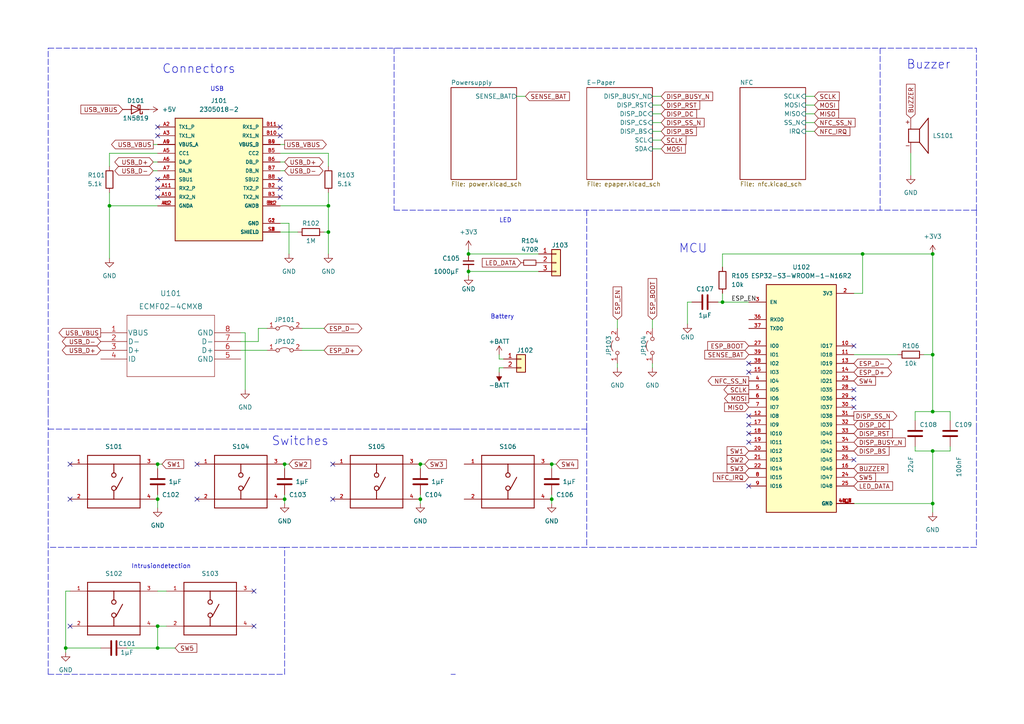
<source format=kicad_sch>
(kicad_sch (version 20211123) (generator eeschema)
  (paper "A4")
  (title_block (title "FabReader2") (date "2022-06-20") (rev "0.2") (company "RLKM UG (haftungsbeschränkt)") (comment 1 "Autoren: Joseph Langosch, Kai Kriegel"))
  (lib_symbols
    (symbol "2022-06-20_20-11-07:ECMF02-4CMX8" (pin_names (offset 0.254))
      (property "Reference" "U" (at 20.32 10.16 0))
      (property "Value" "ECMF02-4CMX8" (at 20.32 7.62 0))
      (symbol "ECMF02-4CMX8_1_1"
        (polyline (pts (xy 7.62 -12.7) (xy 33.02 -12.7)) (stroke (width 0.127)))
        (polyline (pts (xy 7.62 5.08) (xy 7.62 -12.7)) (stroke (width 0.127)))
        (polyline (pts (xy 33.02 -12.7) (xy 33.02 5.08)) (stroke (width 0.127)))
        (polyline (pts (xy 33.02 5.08) (xy 7.62 5.08)) (stroke (width 0.127)))
        (pin power_in line (at 0 0 0) (length 7.62) (name "VBUS") (number "1"))
        (pin bidirectional line (at 0 -2.54 0) (length 7.62) (name "D-") (number "2"))
        (pin bidirectional line (at 0 -5.08 0) (length 7.62) (name "D+") (number "3"))
        (pin unspecified line (at 0 -7.62 0) (length 7.62) (name "ID") (number "4"))
        (pin power_in line (at 40.64 -7.62 180) (length 7.62) (name "GND") (number "5"))
        (pin bidirectional line (at 40.64 -5.08 180) (length 7.62) (name "D+") (number "6"))
        (pin bidirectional line (at 40.64 -2.54 180) (length 7.62) (name "D-") (number "7"))
        (pin power_in line (at 40.64 0 180) (length 7.62) (name "GND") (number "8"))
      )
    )
    (symbol "2305018-2:2305018-2" (pin_names (offset 1.016))
      (property "Reference" "J" (at -12.7 18.0594 0))
      (property "Value" "2305018-2" (at -12.7 -20.3454 0))
      (symbol "2305018-2_0_0"
        (rectangle (start -12.7 -17.78) (end 12.7 17.78) (stroke (width 0.254)) (fill (type background)))
        (pin passive line (at -17.78 -7.62 0) (length 5.08) (name "GNDA") (number "A1"))
        (pin passive line (at -17.78 -5.08 0) (length 5.08) (name "RX2_N") (number "A10"))
        (pin passive line (at -17.78 -2.54 0) (length 5.08) (name "RX2_P") (number "A11"))
        (pin passive line (at -17.78 -7.62 0) (length 5.08) (name "GNDA") (number "A12"))
        (pin passive line (at -17.78 15.24 0) (length 5.08) (name "TX1_P") (number "A2"))
        (pin passive line (at -17.78 12.7 0) (length 5.08) (name "TX1_N") (number "A3"))
        (pin passive line (at -17.78 10.16 0) (length 5.08) (name "VBUS_A") (number "A4"))
        (pin passive line (at -17.78 7.62 0) (length 5.08) (name "CC1") (number "A5"))
        (pin passive line (at -17.78 5.08 0) (length 5.08) (name "DA_P") (number "A6"))
        (pin passive line (at -17.78 2.54 0) (length 5.08) (name "DA_N") (number "A7"))
        (pin passive line (at -17.78 0 0) (length 5.08) (name "SBU1") (number "A8"))
        (pin passive line (at -17.78 10.16 0) (length 5.08) (name "VBUS_A") (number "A9"))
        (pin passive line (at 17.78 -7.62 180) (length 5.08) (name "GNDB") (number "B1"))
        (pin passive line (at 17.78 12.7 180) (length 5.08) (name "RX1_N") (number "B10"))
        (pin passive line (at 17.78 15.24 180) (length 5.08) (name "RX1_P") (number "B11"))
        (pin passive line (at 17.78 -7.62 180) (length 5.08) (name "GNDB") (number "B12"))
        (pin passive line (at 17.78 -2.54 180) (length 5.08) (name "TX2_P") (number "B2"))
        (pin passive line (at 17.78 -5.08 180) (length 5.08) (name "TX2_N") (number "B3"))
        (pin passive line (at 17.78 10.16 180) (length 5.08) (name "VBUS_B") (number "B4"))
        (pin passive line (at 17.78 7.62 180) (length 5.08) (name "CC2") (number "B5"))
        (pin passive line (at 17.78 5.08 180) (length 5.08) (name "DB_P") (number "B6"))
        (pin passive line (at 17.78 2.54 180) (length 5.08) (name "DB_N") (number "B7"))
        (pin passive line (at 17.78 0 180) (length 5.08) (name "SBU2") (number "B8"))
        (pin passive line (at 17.78 10.16 180) (length 5.08) (name "VBUS_B") (number "B9"))
        (pin power_in line (at 17.78 -12.7 180) (length 5.08) (name "GND") (number "G1"))
        (pin power_in line (at 17.78 -12.7 180) (length 5.08) (name "GND") (number "G2"))
        (pin power_in line (at 17.78 -15.24 180) (length 5.08) (name "SHIELD") (number "S1"))
        (pin power_in line (at 17.78 -15.24 180) (length 5.08) (name "SHIELD") (number "S2"))
        (pin power_in line (at 17.78 -15.24 180) (length 5.08) (name "SHIELD") (number "S3"))
        (pin power_in line (at 17.78 -15.24 180) (length 5.08) (name "SHIELD") (number "S4"))
      )
    )
    (symbol "CMI-9705-0380-SMT-TR:CMI-9705-0380-SMT-TR" (pin_numbers hide) (pin_names (offset 1.016) hide)
      (property "Reference" "LS" (at -1.27 6.35 0))
      (property "Value" "CMI-9705-0380-SMT-TR" (at -1.27 -8.255 0))
      (symbol "CMI-9705-0380-SMT-TR_0_0"
        (polyline (pts (xy -3.175 -1.905) (xy -2.54 -1.905)) (stroke (width 0.254)))
        (polyline (pts (xy -3.175 1.905) (xy -3.175 -1.905)) (stroke (width 0.254)))
        (polyline (pts (xy -3.175 1.905) (xy -2.54 1.905)) (stroke (width 0.254)))
        (polyline (pts (xy -2.54 -2.54) (xy -2.54 -1.905)) (stroke (width 0.1524)))
        (polyline (pts (xy -2.54 -1.905) (xy 0 -1.905)) (stroke (width 0.254)))
        (polyline (pts (xy -2.54 1.905) (xy 0 1.905)) (stroke (width 0.254)))
        (polyline (pts (xy -2.54 2.54) (xy -2.54 1.905)) (stroke (width 0.1524)))
        (polyline (pts (xy 0 -1.905) (xy 0 1.905)) (stroke (width 0.254)))
        (polyline (pts (xy 0 -1.905) (xy 2.54 -5.08)) (stroke (width 0.254)))
        (polyline (pts (xy 0 1.905) (xy 2.54 5.08)) (stroke (width 0.254)))
        (polyline (pts (xy 2.54 -5.08) (xy 2.54 5.08)) (stroke (width 0.254)))
        (text "+" (at -4.318 3.302 0) (effects (font (size 1.27 1.27)) (justify left bottom)))
        (text "-" (at -4.318 -3.556 0) (effects (font (size 1.27 1.27)) (justify left bottom)))
        (pin passive line (at -2.54 -5.08 90) (length 2.54) (name "~") (number "N"))
        (pin passive line (at -2.54 5.08 270) (length 2.54) (name "~") (number "P"))
      )
    )
    (symbol "Connector_Generic:Conn_01x02" (pin_names (offset 1.016) hide)
      (property "Reference" "J" (at 0 2.54 0))
      (property "Value" "Conn_01x02" (at 0 -5.08 0))
      (symbol "Conn_01x02_1_1"
        (rectangle (start -1.27 -2.413) (end 0 -2.667) (stroke (width 0.1524)))
        (rectangle (start -1.27 0.127) (end 0 -0.127) (stroke (width 0.1524)))
        (rectangle (start -1.27 1.27) (end 1.27 -3.81) (stroke (width 0.254)) (fill (type background)))
        (pin passive line (at -5.08 0 0) (length 3.81) (name "Pin_1") (number "1"))
        (pin passive line (at -5.08 -2.54 0) (length 3.81) (name "Pin_2") (number "2"))
      )
    )
    (symbol "Connector_Generic:Conn_01x03" (pin_names (offset 1.016) hide)
      (property "Reference" "J" (at 0 5.08 0))
      (property "Value" "Conn_01x03" (at 0 -5.08 0))
      (symbol "Conn_01x03_1_1"
        (rectangle (start -1.27 -2.413) (end 0 -2.667) (stroke (width 0.1524)))
        (rectangle (start -1.27 0.127) (end 0 -0.127) (stroke (width 0.1524)))
        (rectangle (start -1.27 2.667) (end 0 2.413) (stroke (width 0.1524)))
        (rectangle (start -1.27 3.81) (end 1.27 -3.81) (stroke (width 0.254)) (fill (type background)))
        (pin passive line (at -5.08 2.54 0) (length 3.81) (name "Pin_1") (number "1"))
        (pin passive line (at -5.08 0 0) (length 3.81) (name "Pin_2") (number "2"))
        (pin passive line (at -5.08 -2.54 0) (length 3.81) (name "Pin_3") (number "3"))
      )
    )
    (symbol "Device:C" (pin_numbers hide) (pin_names (offset 0.254))
      (property "Reference" "C" (at 0.635 2.54 0))
      (property "Value" "C" (at 0.635 -2.54 0))
      (symbol "C_0_1"
        (polyline (pts (xy -2.032 -0.762) (xy 2.032 -0.762)) (stroke (width 0.508)))
        (polyline (pts (xy -2.032 0.762) (xy 2.032 0.762)) (stroke (width 0.508)))
      )
      (symbol "C_1_1"
        (pin passive line (at 0 3.81 270) (length 2.794) (name "~") (number "1"))
        (pin passive line (at 0 -3.81 90) (length 2.794) (name "~") (number "2"))
      )
    )
    (symbol "Device:C_Small" (pin_numbers hide) (pin_names (offset 0.254) hide)
      (property "Reference" "C" (at 0.254 1.778 0))
      (property "Value" "C_Small" (at 0.254 -2.032 0))
      (symbol "C_Small_0_1"
        (polyline (pts (xy -1.524 -0.508) (xy 1.524 -0.508)) (stroke (width 0.3302)))
        (polyline (pts (xy -1.524 0.508) (xy 1.524 0.508)) (stroke (width 0.3048)))
      )
      (symbol "C_Small_1_1"
        (pin passive line (at 0 2.54 270) (length 2.032) (name "~") (number "1"))
        (pin passive line (at 0 -2.54 90) (length 2.032) (name "~") (number "2"))
      )
    )
    (symbol "Device:R" (pin_numbers hide) (pin_names (offset 0))
      (property "Reference" "R" (at 2.032 0 90))
      (property "Value" "R" (at 0 0 90))
      (symbol "R_0_1"
        (rectangle (start -1.016 -2.54) (end 1.016 2.54) (stroke (width 0.254)))
      )
      (symbol "R_1_1"
        (pin passive line (at 0 3.81 270) (length 1.27) (name "~") (number "1"))
        (pin passive line (at 0 -3.81 90) (length 1.27) (name "~") (number "2"))
      )
    )
    (symbol "Device:R_Small" (pin_numbers hide) (pin_names (offset 0.254) hide)
      (property "Reference" "R" (at 0.762 0.508 0))
      (property "Value" "R_Small" (at 0.762 -1.016 0))
      (symbol "R_Small_0_1"
        (rectangle (start -0.762 1.778) (end 0.762 -1.778) (stroke (width 0.2032)))
      )
      (symbol "R_Small_1_1"
        (pin passive line (at 0 2.54 270) (length 0.762) (name "~") (number "1"))
        (pin passive line (at 0 -2.54 90) (length 0.762) (name "~") (number "2"))
      )
    )
    (symbol "Diode:1N5819" (pin_numbers hide) (pin_names (offset 1.016) hide)
      (property "Reference" "D" (at 0 2.54 0))
      (property "Value" "1N5819" (at 0 -2.54 0))
      (symbol "1N5819_0_1"
        (polyline (pts (xy 1.27 0) (xy -1.27 0)))
        (polyline (pts (xy 1.27 1.27) (xy 1.27 -1.27) (xy -1.27 0) (xy 1.27 1.27)) (stroke (width 0.254)))
        (polyline (pts (xy -1.905 0.635) (xy -1.905 1.27) (xy -1.27 1.27) (xy -1.27 -1.27) (xy -0.635 -1.27) (xy -0.635 -0.635)) (stroke (width 0.254)))
      )
      (symbol "1N5819_1_1"
        (pin passive line (at -3.81 0 0) (length 2.54) (name "K") (number "1"))
        (pin passive line (at 3.81 0 180) (length 2.54) (name "A") (number "2"))
      )
    )
    (symbol "ESP32-S3-WROOM-1-N16R2:ESP32-S3-WROOM-1-N16R2" (pin_names (offset 1.016))
      (property "Reference" "U" (at -10.16 34.1122 0))
      (property "Value" "ESP32-S3-WROOM-1-N16R2" (at -10.16 -35.56 0))
      (symbol "ESP32-S3-WROOM-1-N16R2_0_0"
        (rectangle (start -10.16 -33.02) (end 10.16 33.02) (stroke (width 0.254)) (fill (type background)))
        (pin power_in line (at 15.24 -30.48 180) (length 5.08) (name "GND") (number "1"))
        (pin bidirectional line (at 15.24 15.24 180) (length 5.08) (name "IO17") (number "10"))
        (pin bidirectional line (at 15.24 12.7 180) (length 5.08) (name "IO18") (number "11"))
        (pin bidirectional line (at -15.24 -5.08 0) (length 5.08) (name "IO8") (number "12"))
        (pin bidirectional line (at 15.24 10.16 180) (length 5.08) (name "IO19") (number "13"))
        (pin bidirectional line (at 15.24 7.62 180) (length 5.08) (name "IO20") (number "14"))
        (pin bidirectional line (at -15.24 7.62 0) (length 5.08) (name "IO3") (number "15"))
        (pin bidirectional line (at 15.24 -20.32 180) (length 5.08) (name "IO46") (number "16"))
        (pin bidirectional line (at -15.24 -7.62 0) (length 5.08) (name "IO9") (number "17"))
        (pin bidirectional line (at -15.24 -10.16 0) (length 5.08) (name "IO10") (number "18"))
        (pin bidirectional line (at -15.24 -12.7 0) (length 5.08) (name "IO11") (number "19"))
        (pin power_in line (at 15.24 30.48 180) (length 5.08) (name "3V3") (number "2"))
        (pin bidirectional line (at -15.24 -15.24 0) (length 5.08) (name "IO12") (number "20"))
        (pin bidirectional line (at -15.24 -17.78 0) (length 5.08) (name "IO13") (number "21"))
        (pin bidirectional line (at -15.24 -20.32 0) (length 5.08) (name "IO14") (number "22"))
        (pin bidirectional line (at 15.24 5.08 180) (length 5.08) (name "IO21") (number "23"))
        (pin bidirectional line (at 15.24 -22.86 180) (length 5.08) (name "IO47") (number "24"))
        (pin bidirectional line (at 15.24 -25.4 180) (length 5.08) (name "IO48") (number "25"))
        (pin bidirectional line (at 15.24 -17.78 180) (length 5.08) (name "IO45") (number "26"))
        (pin bidirectional line (at -15.24 15.24 0) (length 5.08) (name "IO0") (number "27"))
        (pin bidirectional line (at 15.24 2.54 180) (length 5.08) (name "IO35") (number "28"))
        (pin bidirectional line (at 15.24 0 180) (length 5.08) (name "IO36") (number "29"))
        (pin input line (at -15.24 27.94 0) (length 5.08) (name "EN") (number "3"))
        (pin bidirectional line (at 15.24 -2.54 180) (length 5.08) (name "IO37") (number "30"))
        (pin bidirectional line (at 15.24 -5.08 180) (length 5.08) (name "IO38") (number "31"))
        (pin bidirectional line (at 15.24 -7.62 180) (length 5.08) (name "IO39") (number "32"))
        (pin bidirectional line (at 15.24 -10.16 180) (length 5.08) (name "IO40") (number "33"))
        (pin bidirectional line (at 15.24 -12.7 180) (length 5.08) (name "IO41") (number "34"))
        (pin bidirectional line (at 15.24 -15.24 180) (length 5.08) (name "IO42") (number "35"))
        (pin bidirectional line (at -15.24 22.86 0) (length 5.08) (name "RXD0") (number "36"))
        (pin bidirectional line (at -15.24 20.32 0) (length 5.08) (name "TXD0") (number "37"))
        (pin bidirectional line (at -15.24 10.16 0) (length 5.08) (name "IO2") (number "38"))
        (pin bidirectional line (at -15.24 12.7 0) (length 5.08) (name "IO1") (number "39"))
        (pin bidirectional line (at -15.24 5.08 0) (length 5.08) (name "IO4") (number "4"))
        (pin power_in line (at 15.24 -30.48 180) (length 5.08) (name "GND") (number "40"))
        (pin power_in line (at 15.24 -30.48 180) (length 5.08) (name "GND") (number "41_1"))
        (pin power_in line (at 15.24 -30.48 180) (length 5.08) (name "GND") (number "41_2"))
        (pin power_in line (at 15.24 -30.48 180) (length 5.08) (name "GND") (number "41_3"))
        (pin power_in line (at 15.24 -30.48 180) (length 5.08) (name "GND") (number "41_4"))
        (pin power_in line (at 15.24 -30.48 180) (length 5.08) (name "GND") (number "41_5"))
        (pin power_in line (at 15.24 -30.48 180) (length 5.08) (name "GND") (number "41_6"))
        (pin power_in line (at 15.24 -30.48 180) (length 5.08) (name "GND") (number "41_7"))
        (pin power_in line (at 15.24 -30.48 180) (length 5.08) (name "GND") (number "41_8"))
        (pin power_in line (at 15.24 -30.48 180) (length 5.08) (name "GND") (number "41_9"))
        (pin bidirectional line (at -15.24 2.54 0) (length 5.08) (name "IO5") (number "5"))
        (pin bidirectional line (at -15.24 0 0) (length 5.08) (name "IO6") (number "6"))
        (pin bidirectional line (at -15.24 -2.54 0) (length 5.08) (name "IO7") (number "7"))
        (pin bidirectional line (at -15.24 -22.86 0) (length 5.08) (name "IO15") (number "8"))
        (pin bidirectional line (at -15.24 -25.4 0) (length 5.08) (name "IO16") (number "9"))
      )
    )
    (symbol "Jumper:Jumper_2_Bridged" (pin_names (offset 0) hide)
      (property "Reference" "JP" (at 0 1.905 0))
      (property "Value" "Jumper_2_Bridged" (at 0 -2.54 0))
      (symbol "Jumper_2_Bridged_0_0"
        (circle (center -2.032 0) (radius 0.508))
        (circle (center 2.032 0) (radius 0.508))
      )
      (symbol "Jumper_2_Bridged_0_1"
        (arc (start 1.524 0.254) (mid 0 0.762) (end -1.524 0.254))
      )
      (symbol "Jumper_2_Bridged_1_1"
        (pin passive line (at -5.08 0 0) (length 2.54) (name "A") (number "1"))
        (pin passive line (at 5.08 0 180) (length 2.54) (name "B") (number "2"))
      )
    )
    (symbol "Jumper:Jumper_2_Open" (pin_names (offset 0) hide)
      (property "Reference" "JP" (at 0 2.794 0))
      (property "Value" "Jumper_2_Open" (at 0 -2.286 0))
      (symbol "Jumper_2_Open_0_0"
        (circle (center -2.032 0) (radius 0.508))
        (circle (center 2.032 0) (radius 0.508))
      )
      (symbol "Jumper_2_Open_0_1"
        (arc (start 1.524 1.27) (mid 0 1.778) (end -1.524 1.27))
      )
      (symbol "Jumper_2_Open_1_1"
        (pin passive line (at -5.08 0 0) (length 2.54) (name "A") (number "1"))
        (pin passive line (at 5.08 0 180) (length 2.54) (name "B") (number "2"))
      )
    )
    (symbol "TS04-66-95-BK-260-SMT:TS04-66-95-BK-260-SMT" (pin_names (offset 1.016) hide)
      (property "Reference" "S" (at -7.62 8.382 0))
      (property "Value" "TS04-66-95-BK-260-SMT" (at -7.62 -8.382 0))
      (symbol "TS04-66-95-BK-260-SMT_0_0"
        (circle (center 0 -1.905) (radius 0.635) (stroke (width 0.254)))
        (polyline (pts (xy -7.62 -7.62) (xy 7.62 -7.62)) (stroke (width 0.254)))
        (polyline (pts (xy -7.62 -5.08) (xy -7.62 -7.62)) (stroke (width 0.254)))
        (polyline (pts (xy -7.62 5.08) (xy -7.62 -5.08)) (stroke (width 0.254)))
        (polyline (pts (xy -7.62 7.62) (xy -7.62 5.08)) (stroke (width 0.254)))
        (polyline (pts (xy 0 -5.08) (xy -7.62 -5.08)) (stroke (width 0.254)))
        (polyline (pts (xy 0 -5.08) (xy 7.62 -5.08)) (stroke (width 0.254)))
        (polyline (pts (xy 0 -2.54) (xy 0 -5.08)) (stroke (width 0.254)))
        (polyline (pts (xy 0 5.08) (xy -7.62 5.08)) (stroke (width 0.254)))
        (polyline (pts (xy 0 5.08) (xy 0 2.54)) (stroke (width 0.254)))
        (polyline (pts (xy 0 5.08) (xy 7.62 5.08)) (stroke (width 0.254)))
        (polyline (pts (xy 0.635 -2.2352) (xy 2.54 1.27)) (stroke (width 0.254)))
        (polyline (pts (xy 7.62 -7.62) (xy 7.62 -5.08)) (stroke (width 0.254)))
        (polyline (pts (xy 7.62 -5.08) (xy 7.62 5.08)) (stroke (width 0.254)))
        (polyline (pts (xy 7.62 5.08) (xy 7.62 7.62)) (stroke (width 0.254)))
        (polyline (pts (xy 7.62 7.62) (xy -7.62 7.62)) (stroke (width 0.254)))
        (circle (center 0 1.905) (radius 0.635) (stroke (width 0.254)))
        (pin passive line (at -12.7 5.08 0) (length 5.08) (name "~") (number "1"))
        (pin passive line (at -12.7 -5.08 0) (length 5.08) (name "~") (number "2"))
        (pin passive line (at 12.7 5.08 180) (length 5.08) (name "~") (number "3"))
        (pin passive line (at 12.7 -5.08 180) (length 5.08) (name "~") (number "4"))
      )
    )
    (symbol "power:+3V3" (power) (pin_names (offset 0))
      (property "Value" "+3V3" (at 0 3.556 0))
      (symbol "+3V3_0_1"
        (polyline (pts (xy -0.762 1.27) (xy 0 2.54)))
        (polyline (pts (xy 0 0) (xy 0 2.54)))
        (polyline (pts (xy 0 2.54) (xy 0.762 1.27)))
      )
      (symbol "+3V3_1_1"
        (pin power_in line (at 0 0 90) (length 0) hide (name "+3V3") (number "1"))
      )
    )
    (symbol "power:+5V" (power) (pin_names (offset 0))
      (property "Value" "+5V" (at 0 3.556 0))
      (symbol "+5V_0_1"
        (polyline (pts (xy -0.762 1.27) (xy 0 2.54)))
        (polyline (pts (xy 0 0) (xy 0 2.54)))
        (polyline (pts (xy 0 2.54) (xy 0.762 1.27)))
      )
      (symbol "+5V_1_1"
        (pin power_in line (at 0 0 90) (length 0) hide (name "+5V") (number "1"))
      )
    )
    (symbol "power:+BATT" (power) (pin_names (offset 0))
      (property "Value" "+BATT" (at 0 3.556 0))
      (symbol "+BATT_0_1"
        (polyline (pts (xy -0.762 1.27) (xy 0 2.54)))
        (polyline (pts (xy 0 0) (xy 0 2.54)))
        (polyline (pts (xy 0 2.54) (xy 0.762 1.27)))
      )
      (symbol "+BATT_1_1"
        (pin power_in line (at 0 0 90) (length 0) hide (name "+BATT") (number "1"))
      )
    )
    (symbol "power:-BATT" (power) (pin_names (offset 0))
      (property "Value" "-BATT" (at 0 3.556 0))
      (symbol "-BATT_0_1"
        (polyline (pts (xy 0 0) (xy 0 2.54)))
        (polyline (pts (xy 0.762 1.27) (xy -0.762 1.27) (xy 0 2.54) (xy 0.762 1.27)) (fill (type outline)))
      )
      (symbol "-BATT_1_1"
        (pin power_in line (at 0 0 90) (length 0) hide (name "-BATT") (number "1"))
      )
    )
    (symbol "power:GND" (power) (pin_names (offset 0))
      (property "Value" "GND" (at 0 -3.81 0))
      (symbol "GND_0_1"
        (polyline (pts (xy 0 0) (xy 0 -1.27) (xy 1.27 -1.27) (xy 0 -2.54) (xy -1.27 -1.27) (xy 0 -1.27)))
      )
      (symbol "GND_1_1"
        (pin power_in line (at 0 0 270) (length 0) hide (name "GND") (number "1"))
      )
    )
  )
  (junction (at 82.55 134.62))
  (junction (at 45.72 187.96))
  (junction (at 45.72 181.61))
  (junction (at 19.05 187.96))
  (junction (at 250.19 73.66))
  (junction (at 209.55 87.63))
  (junction (at 82.55 144.78))
  (junction (at 121.92 144.78))
  (junction (at 135.89 73.66))
  (junction (at 270.51 119.38))
  (junction (at 31.75 59.69))
  (junction (at 95.25 59.69))
  (junction (at 160.02 134.62))
  (junction (at 95.25 67.31))
  (junction (at 121.92 134.62))
  (junction (at 270.51 73.66))
  (junction (at 45.72 144.78))
  (junction (at 270.51 146.05))
  (junction (at 270.51 130.81))
  (junction (at 270.51 102.87))
  (junction (at 45.72 134.62))
  (junction (at 160.02 144.78))
  (junction (at 135.89 78.74))
  (no_connect (at 45.72 54.61))
  (no_connect (at 57.15 144.78))
  (no_connect (at 73.66 171.45))
  (no_connect (at 73.66 181.61))
  (no_connect (at 96.52 144.78))
  (no_connect (at 20.32 181.61))
  (no_connect (at 45.72 36.83))
  (no_connect (at 81.28 36.83))
  (no_connect (at 81.28 52.07))
  (no_connect (at 81.28 54.61))
  (no_connect (at 81.28 57.15))
  (no_connect (at 20.32 144.78))
  (no_connect (at 45.72 39.37))
  (no_connect (at 20.32 134.62))
  (no_connect (at 217.17 107.95))
  (no_connect (at 217.17 128.27))
  (no_connect (at 217.17 140.97))
  (no_connect (at 96.52 134.62))
  (no_connect (at 57.15 134.62))
  (no_connect (at 217.17 120.65))
  (no_connect (at 217.17 125.73))
  (no_connect (at 45.72 52.07))
  (no_connect (at 247.65 100.33))
  (no_connect (at 247.65 133.35))
  (no_connect (at 247.65 118.11))
  (no_connect (at 247.65 115.57))
  (no_connect (at 247.65 113.03))
  (no_connect (at 217.17 105.41))
  (no_connect (at 45.72 57.15))
  (no_connect (at 217.17 123.19))
  (no_connect (at 81.28 39.37))
  (wire (pts (xy 160.02 134.62) (xy 160.02 135.89)))
  (wire (pts (xy 44.45 49.53) (xy 45.72 49.53)))
  (wire (pts (xy 82.55 144.78) (xy 82.55 146.05)))
  (wire (pts (xy 189.23 43.18) (xy 191.77 43.18)))
  (wire (pts (xy 146.05 104.14) (xy 144.78 104.14)))
  (wire (pts (xy 82.55 134.62) (xy 83.82 134.62)))
  (wire (pts (xy 19.05 187.96) (xy 19.05 171.45)))
  (wire (pts (xy 209.55 73.66) (xy 250.19 73.66)))
  (wire (pts (xy 264.16 44.45) (xy 264.16 50.8)))
  (polyline (pts (xy 82.55 158.75) (xy 82.55 158.75)))
  (wire (pts (xy 121.92 134.62) (xy 121.92 135.89)))
  (wire (pts (xy 45.72 187.96) (xy 50.8 187.96)))
  (polyline (pts (xy 13.97 119.38) (xy 13.97 13.97)))
  (wire (pts (xy 95.25 48.26) (xy 95.25 44.45)))
  (wire (pts (xy 270.51 130.81) (xy 270.51 146.05)))
  (wire (pts (xy 233.68 27.94) (xy 236.22 27.94)))
  (polyline (pts (xy 195.58 60.96) (xy 210.82 60.96)))
  (wire (pts (xy 267.97 102.87) (xy 270.51 102.87)))
  (wire (pts (xy 149.86 27.94) (xy 152.4 27.94)))
  (wire (pts (xy 189.23 40.64) (xy 191.77 40.64)))
  (wire (pts (xy 233.68 38.1) (xy 236.22 38.1)))
  (wire (pts (xy 160.02 143.51) (xy 160.02 144.78)))
  (wire (pts (xy 189.23 35.56) (xy 191.77 35.56)))
  (wire (pts (xy 160.02 134.62) (xy 161.29 134.62)))
  (polyline (pts (xy 170.18 60.96) (xy 170.18 124.46)))
  (wire (pts (xy 160.02 146.05) (xy 160.02 144.78)))
  (polyline (pts (xy 255.27 13.97) (xy 255.27 60.96)))
  (wire (pts (xy 121.92 143.51) (xy 121.92 144.78)))
  (wire (pts (xy 45.72 44.45) (xy 31.75 44.45)))
  (wire (pts (xy 31.75 44.45) (xy 31.75 48.26)))
  (polyline (pts (xy 13.97 195.58) (xy 13.97 124.46)))
  (wire (pts (xy 265.43 130.81) (xy 270.51 130.81)))
  (wire (pts (xy 209.55 77.47) (xy 209.55 73.66)))
  (wire (pts (xy 209.55 85.09) (xy 209.55 87.63)))
  (wire (pts (xy 270.51 130.81) (xy 275.59 130.81)))
  (wire (pts (xy 83.82 64.77) (xy 81.28 64.77)))
  (polyline (pts (xy 209.55 60.96) (xy 210.82 60.96)))
  (wire (pts (xy 189.23 38.1) (xy 191.77 38.1)))
  (wire (pts (xy 270.51 146.05) (xy 270.51 148.59)))
  (polyline (pts (xy 283.21 60.96) (xy 283.21 124.46)))
  (wire (pts (xy 83.82 73.66) (xy 83.82 64.77)))
  (wire (pts (xy 31.75 59.69) (xy 45.72 59.69)))
  (wire (pts (xy 275.59 130.81) (xy 275.59 129.54)))
  (wire (pts (xy 31.75 55.88) (xy 31.75 59.69)))
  (wire (pts (xy 19.05 171.45) (xy 20.32 171.45)))
  (wire (pts (xy 45.72 181.61) (xy 48.26 181.61)))
  (wire (pts (xy 209.55 87.63) (xy 217.17 87.63)))
  (wire (pts (xy 69.85 99.06) (xy 74.93 99.06)))
  (wire (pts (xy 270.51 119.38) (xy 275.59 119.38)))
  (polyline (pts (xy 283.21 158.75) (xy 173.99 158.75)))
  (wire (pts (xy 179.07 92.71) (xy 179.07 95.25)))
  (wire (pts (xy 81.28 44.45) (xy 95.25 44.45)))
  (polyline (pts (xy 13.97 13.97) (xy 118.11 13.97)))
  (wire (pts (xy 135.89 73.66) (xy 156.21 73.66)))
  (polyline (pts (xy 13.97 195.58) (xy 82.55 195.58)))
  (polyline (pts (xy 130.81 195.58) (xy 132.08 195.58)))
  (wire (pts (xy 95.25 59.69) (xy 95.25 67.31)))
  (wire (pts (xy 45.72 134.62) (xy 45.72 135.89)))
  (wire (pts (xy 144.78 106.68) (xy 144.78 107.95)))
  (wire (pts (xy 87.63 95.25) (xy 93.98 95.25)))
  (wire (pts (xy 199.39 87.63) (xy 200.66 87.63)))
  (polyline (pts (xy 82.55 195.58) (xy 82.55 158.75)))
  (wire (pts (xy 265.43 119.38) (xy 270.51 119.38)))
  (wire (pts (xy 121.92 146.05) (xy 121.92 144.78)))
  (wire (pts (xy 95.25 55.88) (xy 95.25 59.69)))
  (wire (pts (xy 179.07 105.41) (xy 179.07 106.68)))
  (wire (pts (xy 189.23 27.94) (xy 191.77 27.94)))
  (wire (pts (xy 233.68 30.48) (xy 236.22 30.48)))
  (wire (pts (xy 45.72 144.78) (xy 45.72 147.32)))
  (wire (pts (xy 189.23 92.71) (xy 189.23 95.25)))
  (wire (pts (xy 265.43 121.92) (xy 265.43 119.38)))
  (wire (pts (xy 81.28 46.99) (xy 82.55 46.99)))
  (wire (pts (xy 199.39 93.98) (xy 199.39 87.63)))
  (wire (pts (xy 45.72 134.62) (xy 46.99 134.62)))
  (polyline (pts (xy 132.08 158.75) (xy 82.55 158.75)))
  (polyline (pts (xy 118.11 13.97) (xy 283.21 13.97)))
  (wire (pts (xy 81.28 59.69) (xy 95.25 59.69)))
  (polyline (pts (xy 283.21 60.96) (xy 283.21 13.97)))
  (wire (pts (xy 44.45 46.99) (xy 45.72 46.99)))
  (wire (pts (xy 44.45 41.91) (xy 45.72 41.91)))
  (wire (pts (xy 82.55 134.62) (xy 82.55 135.89)))
  (polyline (pts (xy 13.97 119.38) (xy 13.97 124.46)))
  (wire (pts (xy 247.65 146.05) (xy 270.51 146.05)))
  (wire (pts (xy 69.85 96.52) (xy 71.12 96.52)))
  (wire (pts (xy 270.51 73.66) (xy 270.51 102.87)))
  (wire (pts (xy 250.19 73.66) (xy 270.51 73.66)))
  (wire (pts (xy 81.28 49.53) (xy 82.55 49.53)))
  (wire (pts (xy 250.19 85.09) (xy 247.65 85.09)))
  (polyline (pts (xy 283.21 124.46) (xy 283.21 158.75)))
  (wire (pts (xy 135.89 80.01) (xy 135.89 78.74)))
  (polyline (pts (xy 114.3 124.46) (xy 132.08 124.46)))
  (wire (pts (xy 233.68 35.56) (xy 236.22 35.56)))
  (polyline (pts (xy 13.97 124.46) (xy 114.3 124.46)))
  (wire (pts (xy 69.85 101.6) (xy 77.47 101.6)))
  (wire (pts (xy 19.05 189.23) (xy 19.05 187.96)))
  (wire (pts (xy 121.92 134.62) (xy 123.19 134.62)))
  (wire (pts (xy 189.23 30.48) (xy 191.77 30.48)))
  (polyline (pts (xy 114.3 13.97) (xy 114.3 60.96)))
  (wire (pts (xy 74.93 95.25) (xy 77.47 95.25)))
  (wire (pts (xy 265.43 129.54) (xy 265.43 130.81)))
  (wire (pts (xy 81.28 67.31) (xy 86.36 67.31)))
  (wire (pts (xy 45.72 181.61) (xy 45.72 187.96)))
  (wire (pts (xy 87.63 101.6) (xy 93.98 101.6)))
  (wire (pts (xy 250.19 73.66) (xy 250.19 85.09)))
  (wire (pts (xy 144.78 104.14) (xy 144.78 102.87)))
  (wire (pts (xy 82.55 143.51) (xy 82.55 144.78)))
  (wire (pts (xy 270.51 102.87) (xy 270.51 119.38)))
  (wire (pts (xy 189.23 33.02) (xy 191.77 33.02)))
  (wire (pts (xy 31.75 59.69) (xy 31.75 74.93)))
  (wire (pts (xy 74.93 95.25) (xy 74.93 99.06)))
  (wire (pts (xy 19.05 187.96) (xy 29.21 187.96)))
  (polyline (pts (xy 210.82 60.96) (xy 283.21 60.96)))
  (polyline (pts (xy 170.18 124.46) (xy 170.18 158.75)))
  (wire (pts (xy 135.89 73.66) (xy 135.89 72.39)))
  (polyline (pts (xy 114.3 60.96) (xy 195.58 60.96)))
  (wire (pts (xy 233.68 33.02) (xy 236.22 33.02)))
  (wire (pts (xy 275.59 121.92) (xy 275.59 119.38)))
  (wire (pts (xy 36.83 187.96) (xy 45.72 187.96)))
  (wire (pts (xy 45.72 171.45) (xy 48.26 171.45)))
  (polyline (pts (xy 132.08 124.46) (xy 170.18 124.46)))
  (wire (pts (xy 45.72 143.51) (xy 45.72 144.78)))
  (wire (pts (xy 146.05 106.68) (xy 144.78 106.68)))
  (wire (pts (xy 208.28 87.63) (xy 209.55 87.63)))
  (polyline (pts (xy 82.55 158.75) (xy 13.97 158.75)))
  (wire (pts (xy 95.25 67.31) (xy 95.25 73.66)))
  (polyline (pts (xy 132.08 158.75) (xy 173.99 158.75)))
  (wire (pts (xy 71.12 96.52) (xy 71.12 113.03)))
  (wire (pts (xy 189.23 105.41) (xy 189.23 106.68)))
  (wire (pts (xy 135.89 78.74) (xy 156.21 78.74)))
  (wire (pts (xy 260.35 102.87) (xy 247.65 102.87)))
  (wire (pts (xy 81.28 41.91) (xy 82.55 41.91)))
  (wire (pts (xy 93.98 67.31) (xy 95.25 67.31)))
  (text "Buzzer" (at 262.89 20.32 0) (effects (font (size 2.54 2.54)) (justify left bottom)))
  (text "LED" (at 144.78 64.77 0) (effects (font (size 1.27 1.27)) (justify left bottom)))
  (text "USB" (at 60.96 26.67 0) (effects (font (size 1.27 1.27)) (justify left bottom)))
  (text "Battery" (at 142.24 92.71 0) (effects (font (size 1.27 1.27)) (justify left bottom)))
  (text "Intrusiondetection" (at 38.1 165.1 0) (effects (font (size 1.27 1.27)) (justify left bottom)))
  (text "Connectors" (at 46.99 21.59 0) (effects (font (size 2.54 2.54)) (justify left bottom)))
  (text "MCU" (at 196.85 73.66 0) (effects (font (size 2.54 2.54)) (justify left bottom)))
  (text "Switches" (at 78.74 129.54 0) (effects (font (size 2.54 2.54)) (justify left bottom)))
  (label "ESP_EN" (at 212.09 87.63 0))
  (global_label "SCLK" (shape input) (at 236.22 27.94 0) (property "Intersheet References" "${INTERSHEET_REFS}" (effects hide)))
  (global_label "SENSE_BAT" (shape input) (at 152.4 27.94 0) (property "Intersheet References" "${INTERSHEET_REFS}" (effects hide)))
  (global_label "ESP_EN" (shape input) (at 179.07 92.71 90) (property "Intersheet References" "${INTERSHEET_REFS}" (effects hide)))
  (global_label "DISP_SS_N" (shape output) (at 247.65 120.65 0) (property "Intersheet References" "${INTERSHEET_REFS}" (effects hide)))
  (global_label "SCLK" (shape output) (at 217.17 113.03 180) (property "Intersheet References" "${INTERSHEET_REFS}" (effects hide)))
  (global_label "SW3" (shape input) (at 123.19 134.62 0) (property "Intersheet References" "${INTERSHEET_REFS}" (effects hide)))
  (global_label "ESP_D+" (shape bidirectional) (at 93.98 101.6 0) (property "Intersheet References" "${INTERSHEET_REFS}" (effects hide)))
  (global_label "SW2" (shape input) (at 217.17 133.35 180) (property "Intersheet References" "${INTERSHEET_REFS}" (effects hide)))
  (global_label "USB_VBUS" (shape output) (at 44.45 41.91 180) (property "Intersheet References" "${INTERSHEET_REFS}" (effects hide)))
  (global_label "USB_D+" (shape bidirectional) (at 82.55 46.99 0) (property "Intersheet References" "${INTERSHEET_REFS}" (effects hide)))
  (global_label "DISP_RST" (shape input) (at 247.65 125.73 0) (property "Intersheet References" "${INTERSHEET_REFS}" (effects hide)))
  (global_label "SW4" (shape input) (at 247.65 110.49 0) (property "Intersheet References" "${INTERSHEET_REFS}" (effects hide)))
  (global_label "SW5" (shape input) (at 50.8 187.96 0) (property "Intersheet References" "${INTERSHEET_REFS}" (effects hide)))
  (global_label "DISP_DC" (shape input) (at 191.77 33.02 0) (property "Intersheet References" "${INTERSHEET_REFS}" (effects hide)))
  (global_label "SW5" (shape input) (at 247.65 138.43 0) (property "Intersheet References" "${INTERSHEET_REFS}" (effects hide)))
  (global_label "MOSI" (shape output) (at 217.17 115.57 180) (property "Intersheet References" "${INTERSHEET_REFS}" (effects hide)))
  (global_label "USB_VBUS" (shape output) (at 29.21 96.52 180) (property "Intersheet References" "${INTERSHEET_REFS}" (effects hide)))
  (global_label "SW4" (shape input) (at 161.29 134.62 0) (property "Intersheet References" "${INTERSHEET_REFS}" (effects hide)))
  (global_label "DISP_DC" (shape input) (at 247.65 123.19 0) (property "Intersheet References" "${INTERSHEET_REFS}" (effects hide)))
  (global_label "NFC_SS_N" (shape input) (at 236.22 35.56 0) (property "Intersheet References" "${INTERSHEET_REFS}" (effects hide)))
  (global_label "SW3" (shape input) (at 217.17 135.89 180) (property "Intersheet References" "${INTERSHEET_REFS}" (effects hide)))
  (global_label "LED_DATA" (shape input) (at 247.65 140.97 0) (property "Intersheet References" "${INTERSHEET_REFS}" (effects hide)))
  (global_label "DISP_BUSY_N" (shape input) (at 247.65 128.27 0) (property "Intersheet References" "${INTERSHEET_REFS}" (effects hide)))
  (global_label "NFC_SS_N" (shape output) (at 217.17 110.49 180) (property "Intersheet References" "${INTERSHEET_REFS}" (effects hide)))
  (global_label "MOSI" (shape input) (at 191.77 43.18 0) (property "Intersheet References" "${INTERSHEET_REFS}" (effects hide)))
  (global_label "ESP_D-" (shape bidirectional) (at 93.98 95.25 0) (property "Intersheet References" "${INTERSHEET_REFS}" (effects hide)))
  (global_label "BUZZER" (shape input) (at 247.65 135.89 0) (property "Intersheet References" "${INTERSHEET_REFS}" (effects hide)))
  (global_label "DISP_BS" (shape input) (at 191.77 38.1 0) (property "Intersheet References" "${INTERSHEET_REFS}" (effects hide)))
  (global_label "DISP_BS" (shape input) (at 247.65 130.81 0) (property "Intersheet References" "${INTERSHEET_REFS}" (effects hide)))
  (global_label "SENSE_BAT" (shape input) (at 217.17 102.87 180) (property "Intersheet References" "${INTERSHEET_REFS}" (effects hide)))
  (global_label "NFC_IRQ" (shape input) (at 236.22 38.1 0) (property "Intersheet References" "${INTERSHEET_REFS}" (effects hide)))
  (global_label "USB_D-" (shape bidirectional) (at 82.55 49.53 0) (property "Intersheet References" "${INTERSHEET_REFS}" (effects hide)))
  (global_label "LED_DATA" (shape input) (at 151.13 76.2 180) (property "Intersheet References" "${INTERSHEET_REFS}" (effects hide)))
  (global_label "DISP_BUSY_N" (shape input) (at 191.77 27.94 0) (property "Intersheet References" "${INTERSHEET_REFS}" (effects hide)))
  (global_label "ESP_BOOT" (shape input) (at 189.23 92.71 90) (property "Intersheet References" "${INTERSHEET_REFS}" (effects hide)))
  (global_label "DISP_SS_N" (shape input) (at 191.77 35.56 0) (property "Intersheet References" "${INTERSHEET_REFS}" (effects hide)))
  (global_label "MOSI" (shape input) (at 236.22 30.48 0) (property "Intersheet References" "${INTERSHEET_REFS}" (effects hide)))
  (global_label "ESP_D-" (shape bidirectional) (at 247.65 105.41 0) (property "Intersheet References" "${INTERSHEET_REFS}" (effects hide)))
  (global_label "USB_VBUS" (shape input) (at 35.56 31.75 180) (property "Intersheet References" "${INTERSHEET_REFS}" (effects hide)))
  (global_label "NFC_IRQ" (shape input) (at 217.17 138.43 180) (property "Intersheet References" "${INTERSHEET_REFS}" (effects hide)))
  (global_label "BUZZER" (shape input) (at 264.16 34.29 90) (property "Intersheet References" "${INTERSHEET_REFS}" (effects hide)))
  (global_label "DISP_RST" (shape input) (at 191.77 30.48 0) (property "Intersheet References" "${INTERSHEET_REFS}" (effects hide)))
  (global_label "MISO" (shape input) (at 217.17 118.11 180) (property "Intersheet References" "${INTERSHEET_REFS}" (effects hide)))
  (global_label "USB_D-" (shape bidirectional) (at 29.21 99.06 180) (property "Intersheet References" "${INTERSHEET_REFS}" (effects hide)))
  (global_label "USB_D-" (shape bidirectional) (at 44.45 49.53 180) (property "Intersheet References" "${INTERSHEET_REFS}" (effects hide)))
  (global_label "USB_VBUS" (shape output) (at 82.55 41.91 0) (property "Intersheet References" "${INTERSHEET_REFS}" (effects hide)))
  (global_label "MISO" (shape input) (at 236.22 33.02 0) (property "Intersheet References" "${INTERSHEET_REFS}" (effects hide)))
  (global_label "SW1" (shape input) (at 217.17 130.81 180) (property "Intersheet References" "${INTERSHEET_REFS}" (effects hide)))
  (global_label "ESP_BOOT" (shape input) (at 217.17 100.33 180) (property "Intersheet References" "${INTERSHEET_REFS}" (effects hide)))
  (global_label "USB_D+" (shape bidirectional) (at 44.45 46.99 180) (property "Intersheet References" "${INTERSHEET_REFS}" (effects hide)))
  (global_label "USB_D+" (shape bidirectional) (at 29.21 101.6 180) (property "Intersheet References" "${INTERSHEET_REFS}" (effects hide)))
  (global_label "SW1" (shape input) (at 46.99 134.62 0) (property "Intersheet References" "${INTERSHEET_REFS}" (effects hide)))
  (global_label "SW2" (shape input) (at 83.82 134.62 0) (property "Intersheet References" "${INTERSHEET_REFS}" (effects hide)))
  (global_label "ESP_D+" (shape bidirectional) (at 247.65 107.95 0) (property "Intersheet References" "${INTERSHEET_REFS}" (effects hide)))
  (global_label "SCLK" (shape input) (at 191.77 40.64 0) (property "Intersheet References" "${INTERSHEET_REFS}" (effects hide)))
  (symbol (lib_id "power:GND") (at 83.82 73.66 0) (unit 1)
    (property "Reference" "#PWR0107" (effects hide))
    (property "Value" "GND" (at 83.82 78.74 0))
  )
  (symbol (lib_id "Device:R") (at 209.55 81.28 180) (unit 1)
    (property "Reference" "R105" (at 212.09 80.0099 0) (effects (justify right)))
    (property "Value" "10k" (at 212.09 82.5499 0) (effects (justify right)))
    (property "Footprint" "Resistor_SMD:R_0402_1005Metric" (effects hide))
    (property "Datasheet" "https://datasheet.lcsc.com/lcsc/1810241324_YAGEO-AC0402FR-0710KL_C144807.pdf" (effects hide))
    (property "MANUFACTURER" "YAGEO" (effects hide))
    (property "MPN" "RC0402JR-071KL" (effects hide))
  )
  (symbol (lib_id "power:+3V3") (at 270.51 73.66 0) (unit 1)
    (property "Reference" "#PWR0119" (effects hide))
    (property "Value" "+3V3" (at 270.51 68.58 0))
  )
  (symbol (lib_id "Device:R") (at 90.17 67.31 90) (unit 1)
    (property "Reference" "R102" (at 90.17 64.77 90))
    (property "Value" "1M" (at 90.17 69.85 90))
    (property "Footprint" "Resistor_SMD:R_0402_1005Metric" (effects hide))
    (property "Datasheet" "https://datasheet.lcsc.com/lcsc/1810241325_YAGEO-AC0402FR-071ML_C144787.pdf" (effects hide))
    (property "MANUFACTURER" "YAGEO" (effects hide))
    (property "MPN" "AC0402FR-071ML" (effects hide))
  )
  (symbol (lib_id "Device:C") (at 265.43 125.73 0) (unit 1)
    (property "Reference" "C108" (at 266.7 123.19 0) (effects (justify left)))
    (property "Value" "22uF" (at 264.16 137.16 90) (effects (justify left)))
    (property "Footprint" "Capacitor_SMD:C_0402_1005Metric" (effects hide))
    (property "Datasheet" "https://datasheet.lcsc.com/lcsc/1912111437_Murata-Electronics-GRM155R60J226ME11D_C415703.pdf" (effects hide))
    (property "MANUFACTURER" "Murata Electronics" (effects hide))
    (property "MPN" "GRM155R60J226ME11D" (effects hide))
    (property "Type" "X5R" (effects hide))
  )
  (symbol (lib_id "power:GND") (at 19.05 189.23 0) (unit 1)
    (property "Reference" "#PWR0101" (effects hide))
    (property "Value" "GND" (at 19.05 194.31 0))
  )
  (symbol (lib_id "Jumper:Jumper_2_Bridged") (at 82.55 101.6 0) (unit 1)
    (property "Reference" "JP102" (at 82.55 99.06 0))
    (property "Value" "Jumper_2_Bridged" (effects hide))
    (property "Footprint" "Connector_PinHeader_2.54mm:PinHeader_1x02_P2.54mm_Vertical" (effects hide))
  )
  (symbol (lib_id "power:GND") (at 82.55 146.05 0) (mirror y) (unit 1)
    (property "Reference" "#PWR0106" (effects hide))
    (property "Value" "GND" (at 82.55 151.13 0))
  )
  (symbol (lib_id "Device:R") (at 31.75 52.07 180) (unit 1)
    (property "Reference" "R101" (at 25.4 50.8 0) (effects (justify right)))
    (property "Value" "5.1k" (at 25.4 53.34 0) (effects (justify right)))
    (property "Footprint" "Resistor_SMD:R_0402_1005Metric" (effects hide))
    (property "Datasheet" "https://datasheet.lcsc.com/lcsc/1809201112_YAGEO-RC0402FR-075K1L_C105872.pdf" (effects hide))
    (property "MANUFACTURER" "YAGEO" (effects hide))
    (property "MPN" "RC0402FR-075K1L" (effects hide))
  )
  (symbol (lib_id "Jumper:Jumper_2_Bridged") (at 82.55 95.25 0) (unit 1)
    (property "Reference" "JP101" (at 82.55 92.71 0))
    (property "Value" "Jumper_2_Bridged" (effects hide))
    (property "Footprint" "Connector_PinHeader_2.54mm:PinHeader_1x02_P2.54mm_Vertical" (effects hide))
  )
  (symbol (lib_id "Device:C") (at 45.72 139.7 180) (unit 1)
    (property "Reference" "C102" (at 49.53 143.51 0))
    (property "Value" "1µF" (at 50.8 139.7 0))
    (property "Footprint" "Capacitor_SMD:C_0402_1005Metric" (effects hide))
    (property "Datasheet" "https://datasheet.lcsc.com/lcsc/1811081616_Murata-Electronics-GRM155R61E105KA12D_C77009.pdf" (effects hide))
    (property "MANUFACTURER" "Murata Electronics" (effects hide))
    (property "MPN" "GRM155R61E105KA12D" (effects hide))
    (property "Type" "X5R" (effects hide))
  )
  (symbol (lib_id "Device:C") (at 275.59 125.73 0) (unit 1)
    (property "Reference" "C109" (at 276.86 123.19 0) (effects (justify left)))
    (property "Value" "100nF" (at 278.13 138.43 90) (effects (justify left)))
    (property "Footprint" "Capacitor_SMD:C_0402_1005Metric" (effects hide))
    (property "Datasheet" "https://datasheet.lcsc.com/lcsc/2006151134_YAGEO-CC0402KRX5R5BB104_C541405.pdf" (effects hide))
    (property "MANUFACTURER" "YAGEO" (effects hide))
    (property "MPN" "CC0402KRX5R5BB104" (effects hide))
    (property "Type" "X5R" (effects hide))
  )
  (symbol (lib_id "Device:C") (at 33.02 187.96 90) (unit 1)
    (property "Reference" "C101" (at 36.83 186.69 90))
    (property "Value" "1µF" (at 36.83 189.23 90))
    (property "Footprint" "Capacitor_SMD:C_0402_1005Metric" (effects hide))
    (property "Datasheet" "https://datasheet.lcsc.com/lcsc/1811081616_Murata-Electronics-GRM155R61E105KA12D_C77009.pdf" (effects hide))
    (property "MANUFACTURER" "Murata Electronics" (effects hide))
    (property "MPN" "GRM155R61E105KA12D" (effects hide))
    (property "Type" "X5R" (effects hide))
  )
  (symbol (lib_id "power:GND") (at 179.07 106.68 0) (unit 1)
    (property "Reference" "#PWR0115" (effects hide))
    (property "Value" "GND" (at 179.07 111.76 0))
  )
  (symbol (lib_id "Connector_Generic:Conn_01x02") (at 151.13 104.14 0) (unit 1)
    (property "Reference" "J102" (at 149.86 101.6 0) (effects (justify left)))
    (property "Value" "Conn_01x02" (effects hide))
    (property "Footprint" "Connector_JST:JST_PH_S2B-PH-SM4-TB_1x02-1MP_P2.00mm_Horizontal" (effects hide))
    (property "Datasheet" "https://datasheet.lcsc.com/lcsc/2102031704_JST-Sales-America-S2B-PH-SM4-TB-LF-SN_C295747.pdf" (effects hide))
    (property "MANUFACTURER" "JST Sales America" (effects hide))
    (property "MPN" "S2B-PH-SM4-TB(LF)(SN)" (effects hide))
  )
  (symbol (lib_id "Device:C") (at 82.55 139.7 180) (unit 1)
    (property "Reference" "C103" (at 86.36 143.51 0))
    (property "Value" "1µF" (at 87.63 139.7 0))
    (property "Footprint" "Capacitor_SMD:C_0402_1005Metric" (effects hide))
    (property "Datasheet" "https://datasheet.lcsc.com/lcsc/1811081616_Murata-Electronics-GRM155R61E105KA12D_C77009.pdf" (effects hide))
    (property "MANUFACTURER" "Murata Electronics" (effects hide))
    (property "MPN" "GRM155R61E105KA12D" (effects hide))
    (property "Type" "X5R" (effects hide))
  )
  (symbol (lib_id "power:GND") (at 160.02 146.05 0) (unit 1)
    (property "Reference" "#PWR0114" (effects hide))
    (property "Value" "GND" (at 160.02 151.13 0))
  )
  (symbol (lib_id "power:GND") (at 189.23 106.68 0) (unit 1)
    (property "Reference" "#PWR0116" (effects hide))
    (property "Value" "GND" (at 189.23 111.76 0))
  )
  (symbol (lib_id "power:GND") (at 31.75 74.93 0) (unit 1)
    (property "Reference" "#PWR0102" (effects hide))
    (property "Value" "GND" (at 31.75 80.01 0))
  )
  (symbol (lib_id "Device:R") (at 95.25 52.07 180) (unit 1)
    (property "Reference" "R103" (at 97.79 50.7999 0) (effects (justify right)))
    (property "Value" "5.1k" (at 97.79 53.3399 0) (effects (justify right)))
    (property "Footprint" "Resistor_SMD:R_0402_1005Metric" (effects hide))
    (property "Datasheet" "https://datasheet.lcsc.com/lcsc/1809201112_YAGEO-RC0402FR-075K1L_C105872.pdf" (effects hide))
    (property "MANUFACTURER" "YAGEO" (effects hide))
    (property "MPN" "RC0402FR-075K1L" (effects hide))
  )
  (symbol (lib_id "Jumper:Jumper_2_Open") (at 179.07 100.33 90) (unit 1)
    (property "Reference" "JP103" (at 176.53 100.33 0))
    (property "Value" "Jumper_2_Bridged" (effects hide))
    (property "Footprint" "Connector_PinHeader_2.54mm:PinHeader_1x02_P2.54mm_Vertical" (effects hide))
  )
  (symbol (lib_id "2305018-2:2305018-2") (at 63.5 52.07 0) (unit 1)
    (property "Reference" "J101" (at 63.5 29.21 0))
    (property "Value" "2305018-2" (at 63.5 31.75 0))
    (property "Footprint" "2305018-2:TE_2305018-2" (effects hide))
    (property "Datasheet" "https://datasheet.lcsc.com/lcsc/2112301030_TE-Connectivity-2305018-2_C498674.pdf" (effects hide))
    (property "Comment" "2305018-2" (effects hide))
    (property "MANUFACTURER" "TE Connectivity" (effects hide))
    (property "MPN" "2305018-2" (effects hide))
  )
  (symbol (lib_id "TS04-66-95-BK-260-SMT:TS04-66-95-BK-260-SMT") (at 33.02 139.7 0) (unit 1)
    (property "Reference" "S101" (at 33.02 129.54 0))
    (property "Value" "TS04-66-95-BK-260-SMT" (effects hide))
    (property "Footprint" "TS04-66-95-BK-260-SMT:SW_TS04-66-95-BK-260-SMT" (effects hide))
    (property "Datasheet" "https://www.cuidevices.com/product/resource/digikeypdf/ts04.pdf" (effects hide))
    (property "PARTREV" "1.0" (effects hide))
    (property "STANDARD" "Manufacturer Recommendations" (effects hide))
    (property "MANUFACTURER" "CUI Devices" (effects hide))
    (property "MPN" "TS04-66-95-BK-260-SMT" (effects hide))
  )
  (symbol (lib_id "Diode:1N5819") (at 39.37 31.75 180) (unit 1)
    (property "Reference" "D101" (at 39.37 29.21 0))
    (property "Value" "1N5819" (at 39.37 34.29 0))
    (property "Footprint" "Diode_SMD:D_SOD-123F" (effects hide))
    (property "Datasheet" "https://datasheet.lcsc.com/lcsc/1811121309_Diodes-Incorporated-1N5819HW-7-F_C82544.pdf" (effects hide))
    (property "MANUFACTURER" "Diodes Incorporated" (effects hide))
    (property "MPN" "1N5819HW-7-F" (effects hide))
  )
  (symbol (lib_id "TS04-66-95-BK-260-SMT:TS04-66-95-BK-260-SMT") (at 69.85 139.7 0) (unit 1)
    (property "Reference" "S104" (at 69.85 129.54 0))
    (property "Value" "TS04-66-95-BK-260-SMT" (effects hide))
    (property "Footprint" "TS04-66-95-BK-260-SMT:SW_TS04-66-95-BK-260-SMT" (effects hide))
    (property "Datasheet" "https://www.cuidevices.com/product/resource/digikeypdf/ts04.pdf" (effects hide))
    (property "PARTREV" "1.0" (effects hide))
    (property "STANDARD" "Manufacturer Recommendations" (effects hide))
    (property "MANUFACTURER" "CUI Devices" (effects hide))
    (property "MPN" "TS04-66-95-BK-260-SMT" (effects hide))
  )
  (symbol (lib_id "power:-BATT") (at 144.78 107.95 180) (unit 1)
    (property "Reference" "#PWR0113" (effects hide))
    (property "Value" "-BATT" (at 144.78 111.76 0))
  )
  (symbol (lib_id "power:+3V3") (at 135.89 72.39 0) (unit 1)
    (property "Reference" "#PWR0110" (effects hide))
    (property "Value" "+3V3" (at 135.89 67.31 0))
  )
  (symbol (lib_id "Device:C") (at 160.02 139.7 180) (unit 1)
    (property "Reference" "C106" (at 163.83 143.51 0))
    (property "Value" "1µF" (at 165.1 139.7 0))
    (property "Footprint" "Capacitor_SMD:C_0402_1005Metric" (effects hide))
    (property "Datasheet" "https://datasheet.lcsc.com/lcsc/1811081616_Murata-Electronics-GRM155R61E105KA12D_C77009.pdf" (effects hide))
    (property "MANUFACTURER" "Murata Electronics" (effects hide))
    (property "MPN" "GRM155R61E105KA12D" (effects hide))
    (property "Type" "X5R" (effects hide))
  )
  (symbol (lib_id "TS04-66-95-BK-260-SMT:TS04-66-95-BK-260-SMT") (at 109.22 139.7 0) (unit 1)
    (property "Reference" "S105" (at 109.22 129.54 0))
    (property "Value" "TS04-66-95-BK-260-SMT" (effects hide))
    (property "Footprint" "TS04-66-95-BK-260-SMT:SW_TS04-66-95-BK-260-SMT" (effects hide))
    (property "Datasheet" "https://www.cuidevices.com/product/resource/digikeypdf/ts04.pdf" (effects hide))
    (property "PARTREV" "1.0" (effects hide))
    (property "STANDARD" "Manufacturer Recommendations" (effects hide))
    (property "MANUFACTURER" "CUI Devices" (effects hide))
    (property "MPN" "TS04-66-95-BK-260-SMT" (effects hide))
  )
  (symbol (lib_id "Device:C_Small") (at 135.89 76.2 0) (unit 1)
    (property "Reference" "C105" (at 128.27 74.93 0) (effects (justify left)))
    (property "Value" "1000µF" (at 125.73 78.74 0) (effects (justify left)))
    (property "Footprint" "Capacitor_SMD:CP_Elec_8x10" (effects hide))
    (property "Datasheet" "https://datasheet.lcsc.com/lcsc/2202252130_ROQANG-RVT0J102M0810_C72471.pdf" (effects hide))
    (property "MANUFACTURER" "ROQANG" (effects hide))
    (property "MPN" "RVT0J102M0810" (effects hide))
    (property "Type" "Al ElKo" (effects hide))
  )
  (symbol (lib_id "power:GND") (at 135.89 80.01 0) (unit 1)
    (property "Reference" "#PWR0111" (effects hide))
    (property "Value" "GND" (at 135.89 83.82 0))
  )
  (symbol (lib_id "power:GND") (at 199.39 93.98 0) (unit 1)
    (property "Reference" "#PWR0117" (effects hide))
    (property "Value" "GND" (at 199.39 97.79 0))
  )
  (symbol (lib_id "Device:R") (at 264.16 102.87 270) (mirror x) (unit 1)
    (property "Reference" "R106" (at 264.16 100.33 90))
    (property "Value" "10k" (at 264.16 105.41 90))
    (property "Footprint" "Resistor_SMD:R_0402_1005Metric" (effects hide))
    (property "Datasheet" "https://datasheet.lcsc.com/lcsc/1810241324_YAGEO-AC0402FR-0710KL_C144807.pdf" (effects hide))
    (property "MANUFACTURER" "YAGEO" (effects hide))
    (property "MPN" "RC0402JR-071KL" (effects hide))
  )
  (symbol (lib_id "Device:C") (at 121.92 139.7 180) (unit 1)
    (property "Reference" "C104" (at 125.73 143.51 0))
    (property "Value" "1µF" (at 127 139.7 0))
    (property "Footprint" "Capacitor_SMD:C_0402_1005Metric" (effects hide))
    (property "Datasheet" "https://datasheet.lcsc.com/lcsc/1811081616_Murata-Electronics-GRM155R61E105KA12D_C77009.pdf" (effects hide))
    (property "MANUFACTURER" "Murata Electronics" (effects hide))
    (property "MPN" "GRM155R61E105KA12D" (effects hide))
    (property "Type" "X5R" (effects hide))
  )
  (symbol (lib_id "TS04-66-95-BK-260-SMT:TS04-66-95-BK-260-SMT") (at 60.96 176.53 0) (unit 1)
    (property "Reference" "S103" (at 60.96 166.37 0))
    (property "Value" "TS04-66-95-BK-260-SMT" (effects hide))
    (property "Footprint" "TS04-66-95-BK-260-SMT:SW_TS04-66-95-BK-260-SMT" (effects hide))
    (property "Datasheet" "https://www.cuidevices.com/product/resource/digikeypdf/ts04.pdf" (effects hide))
    (property "PARTREV" "1.0" (effects hide))
    (property "STANDARD" "Manufacturer Recommendations" (effects hide))
    (property "MANUFACTURER" "CUI Devices" (effects hide))
    (property "MPN" "TS04-66-95-BK-260-SMT" (effects hide))
  )
  (symbol (lib_id "ESP32-S3-WROOM-1-N16R2:ESP32-S3-WROOM-1-N16R2") (at 232.41 115.57 0) (unit 1)
    (property "Reference" "U102" (at 232.41 77.47 0))
    (property "Value" "ESP32-S3-WROOM-1-N16R2" (at 232.41 80.01 0))
    (property "Footprint" "ESP32-S3-WROOM-1-N16R2:XCVR_ESP32-S3-WROOM-1-N16R2" (effects hide))
    (property "MAXIMUM_PACKAGE_HEIGHT" "3.25mm" (effects hide))
    (property "PARTREV" "v1.0" (effects hide))
    (property "MANUFACTURER" "Espressif" (effects hide))
    (property "STANDARD" "Manufacturer Recommendations" (effects hide))
  )
  (symbol (lib_id "Device:R_Small") (at 153.67 76.2 90) (unit 1)
    (property "Reference" "R104" (at 153.67 69.85 90))
    (property "Value" "470R" (at 153.67 72.39 90))
    (property "Footprint" "Resistor_SMD:R_0402_1005Metric" (effects hide))
    (property "Datasheet" "https://datasheet.lcsc.com/lcsc/1810261420_YAGEO-RC0402FR-07470RL_C114877.pdf" (effects hide))
    (property "MANUFACTURER" "YAGEO" (effects hide))
    (property "MPN" "RC0402FR-07470RL" (effects hide))
  )
  (symbol (lib_id "power:GND") (at 95.25 73.66 0) (unit 1)
    (property "Reference" "#PWR0108" (effects hide))
    (property "Value" "GND" (at 95.25 78.74 0))
  )
  (symbol (lib_id "TS04-66-95-BK-260-SMT:TS04-66-95-BK-260-SMT") (at 33.02 176.53 0) (unit 1)
    (property "Reference" "S102" (at 33.02 166.37 0))
    (property "Value" "TS04-66-95-BK-260-SMT" (effects hide))
    (property "Footprint" "TS04-66-95-BK-260-SMT:SW_TS04-66-95-BK-260-SMT" (effects hide))
    (property "Datasheet" "https://www.cuidevices.com/product/resource/digikeypdf/ts04.pdf" (effects hide))
    (property "PARTREV" "1.0" (effects hide))
    (property "STANDARD" "Manufacturer Recommendations" (effects hide))
    (property "MANUFACTURER" "CUI Devices" (effects hide))
    (property "MPN" "TS04-66-95-BK-260-SMT" (effects hide))
  )
  (symbol (lib_id "power:+BATT") (at 144.78 102.87 0) (unit 1)
    (property "Reference" "#PWR0112" (effects hide))
    (property "Value" "+BATT" (at 144.78 99.06 0))
  )
  (symbol (lib_id "Device:C") (at 204.47 87.63 90) (unit 1)
    (property "Reference" "C107" (at 204.47 83.82 90))
    (property "Value" "1µF" (at 204.47 91.44 90))
    (property "Footprint" "Capacitor_SMD:C_0402_1005Metric" (effects hide))
    (property "Datasheet" "https://datasheet.lcsc.com/lcsc/1811081616_Murata-Electronics-GRM155R61E105KA12D_C77009.pdf" (effects hide))
    (property "MANUFACTURER" "Murata Electronics" (effects hide))
    (property "MPN" "GRM155R61E105KA12D" (effects hide))
    (property "Type" "X5R" (effects hide))
  )
  (symbol (lib_id "Connector_Generic:Conn_01x03") (at 161.29 76.2 0) (unit 1)
    (property "Reference" "J103" (at 160.02 71.12 0) (effects (justify left)))
    (property "Value" "Conn_01x03" (effects hide))
    (property "Footprint" "Connector_JST:JST_PH_S3B-PH-SM4-TB_1x03-1MP_P2.00mm_Horizontal" (effects hide))
    (property "Datasheet" "https://datasheet.lcsc.com/lcsc/1810261109_JST-Sales-America-S3B-PH-SM4-TB-LF-SN_C265101.pdf" (effects hide))
    (property "MANUFACTURER" "JST Sales America" (effects hide))
    (property "MPN" "S3B-PH-SM4-TB(LF)(SN)" (effects hide))
  )
  (symbol (lib_id "power:+5V") (at 43.18 31.75 270) (unit 1)
    (property "Reference" "#PWR0103" (effects hide))
    (property "Value" "+5V" (at 46.99 31.7499 90) (effects (justify left)))
  )
  (symbol (lib_id "Jumper:Jumper_2_Open") (at 189.23 100.33 90) (unit 1)
    (property "Reference" "JP104" (at 186.69 100.33 0))
    (property "Value" "Jumper_2_Bridged" (effects hide))
    (property "Footprint" "Connector_PinHeader_2.54mm:PinHeader_1x02_P2.54mm_Vertical" (effects hide))
  )
  (symbol (lib_id "power:GND") (at 45.72 147.32 0) (unit 1)
    (property "Reference" "#PWR0104" (effects hide))
    (property "Value" "GND" (at 45.72 152.4 0))
  )
  (symbol (lib_id "power:GND") (at 270.51 148.59 0) (unit 1)
    (property "Reference" "#PWR0120" (effects hide))
    (property "Value" "GND" (at 270.51 153.67 0))
  )
  (symbol (lib_id "CMI-9705-0380-SMT-TR:CMI-9705-0380-SMT-TR") (at 266.7 39.37 0) (unit 1)
    (property "Reference" "LS101" (at 270.51 39.37 0) (effects (justify left)))
    (property "Value" "CMI-9705-0380-SMT-TR" (effects hide))
    (property "Footprint" "CMI-9705-0380-SMT-TR:CUI_CMI-9705-0380-SMT-TR" (effects hide))
    (property "Datasheet" "https://www.cuidevices.com/product/resource/digikeypdf/cmi-9705-0380-smt-tr.pdf" (effects hide))
    (property "PARTREV" "1.0" (effects hide))
    (property "MANUFACTURER" "CUI Inc." (effects hide))
    (property "MAXIMUM_PACKAGE_HEIGHT" "5.2mm" (effects hide))
    (property "STANDARD" "Manufacturer Recommendations" (effects hide))
    (property "MPN" "CMI-9705-0380-SMT-TR" (effects hide))
  )
  (symbol (lib_id "power:GND") (at 264.16 50.8 0) (unit 1)
    (property "Reference" "#PWR0118" (effects hide))
    (property "Value" "GND" (at 264.16 55.88 0))
  )
  (symbol (lib_id "TS04-66-95-BK-260-SMT:TS04-66-95-BK-260-SMT") (at 147.32 139.7 0) (unit 1)
    (property "Reference" "S106" (at 147.32 129.54 0))
    (property "Value" "TS04-66-95-BK-260-SMT" (effects hide))
    (property "Footprint" "TS04-66-95-BK-260-SMT:SW_TS04-66-95-BK-260-SMT" (effects hide))
    (property "Datasheet" "https://www.cuidevices.com/product/resource/digikeypdf/ts04.pdf" (effects hide))
    (property "PARTREV" "1.0" (effects hide))
    (property "STANDARD" "Manufacturer Recommendations" (effects hide))
    (property "MANUFACTURER" "CUI Devices" (effects hide))
    (property "MPN" "TS04-66-95-BK-260-SMT" (effects hide))
  )
  (symbol (lib_id "power:GND") (at 71.12 113.03 0) (unit 1)
    (property "Reference" "#PWR0105" (effects hide))
    (property "Value" "GND" (at 71.12 118.11 0))
  )
  (symbol (lib_id "power:GND") (at 121.92 146.05 0) (unit 1)
    (property "Reference" "#PWR0109" (effects hide))
    (property "Value" "GND" (at 121.92 151.13 0))
  )
  (symbol (lib_id "2022-06-20_20-11-07:ECMF02-4CMX8") (at 29.21 96.52 0) (unit 1)
    (property "Reference" "U101" (at 49.53 85.09 0) (effects (font (size 1.524 1.524))))
    (property "Value" "ECMF02-4CMX8" (at 49.53 88.9 0) (effects (font (size 1.524 1.524))))
    (property "Footprint" "ecmf02-4cmx8:ECMF02-4CMX8" (effects hide))
    (property "Datasheet" "https://datasheet.lcsc.com/lcsc/2105241335_STMicroelectronics-ECMF02-4CMX8_C717678.pdf" (effects hide))
    (property "MANUFACTURER" "STMicroelectronics" (effects hide))
    (property "MPN" "ECMF02-4CMX8" (effects hide))
  )
  (sheet (at 214.63 25.4) (size 19.05 26.67) (stroke (width 0.1524))
    (property "Sheet name" "NFC" (at 214.63 24.6884 0) (effects (justify left bottom)))
    (property "Sheet file" "nfc.kicad_sch" (at 214.63 52.6546 0) (effects (justify left top)))
    (pin "SCLK" input (at 233.68 27.94 0))
    (pin "IRQ" input (at 233.68 38.1 0))
    (pin "MOSI" input (at 233.68 30.48 0))
    (pin "MISO" input (at 233.68 33.02 0))
    (pin "SS_N" input (at 233.68 35.56 0))
  )
  (sheet (at 170.18 25.4) (size 19.05 26.67) (stroke (width 0.1524))
    (property "Sheet name" "E-Paper" (at 170.18 24.6884 0) (effects (justify left bottom)))
    (property "Sheet file" "epaper.kicad_sch" (at 170.18 52.6546 0) (effects (justify left top)))
    (pin "DISP_BUSY_N" output (at 189.23 27.94 0))
    (pin "DISP_RST" input (at 189.23 30.48 0))
    (pin "DISP_DC" input (at 189.23 33.02 0))
    (pin "DISP_CS" input (at 189.23 35.56 0))
    (pin "DISP_BS" input (at 189.23 38.1 0))
    (pin "SCL" input (at 189.23 40.64 0))
    (pin "SDA" input (at 189.23 43.18 0))
  )
  (sheet (at 130.81 25.4) (size 19.05 26.67) (stroke (width 0.1524))
    (property "Sheet name" "Powersupply" (at 130.81 24.6884 0) (effects (justify left bottom)))
    (property "Sheet file" "power.kicad_sch" (at 130.81 52.6546 0) (effects (justify left top)))
    (pin "SENSE_BAT" output (at 149.86 27.94 0))
  )
)
</source>
